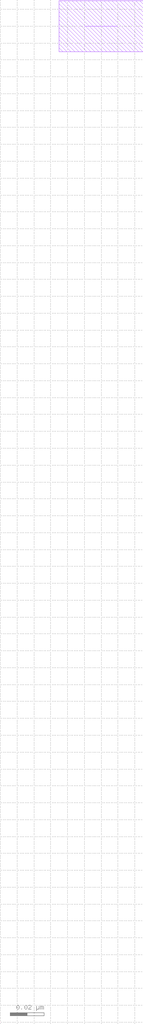
<source format=lef>
VERSION 5.5 ;
NAMESCASESENSITIVE ON ;
BUSBITCHARS "[]" ;
DIVIDERCHAR "/" ;
UNITS
  DATABASE MICRONS 2000 ;
END UNITS
MANUFACTURINGGRID 0.0025 ;

MACRO NOP
  ORIGIN 0 0 ;
  OBS
    LAYER metal1 DESIGNRULEWIDTH 0.065 ;
    WIDTH 0.03 ;
      PATH 0.05 0.59 0.07 0.59 ;
  END 
END NOP
END LIBRARY
</source>
